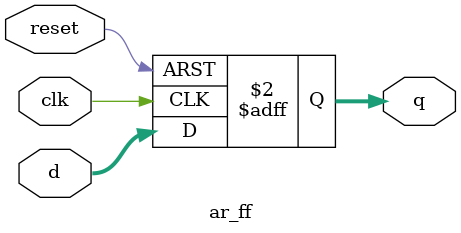
<source format=sv>

module ar_ff #(parameter N=32)(input logic[N-1:0]d, input logic clk,reset, output logic [N-1:0]q);

always_ff@(posedge clk, posedge reset)
begin
if (reset)
	q<= 0 ;
	
else
	q<= d;
end
endmodule
</source>
